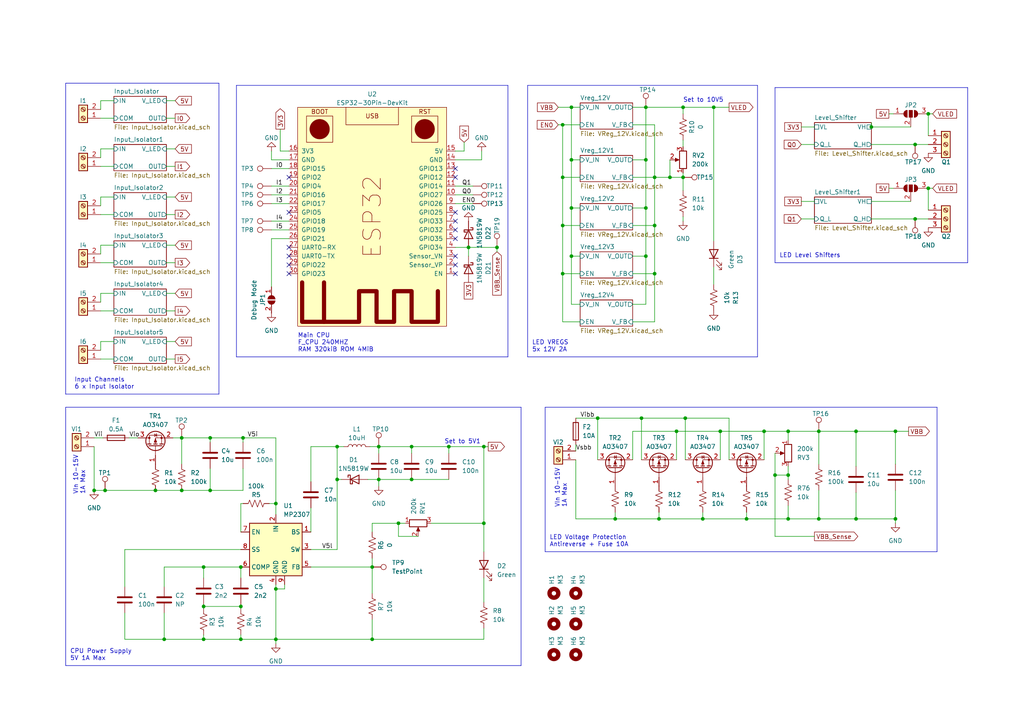
<source format=kicad_sch>
(kicad_sch (version 20231120) (generator "eeschema") (generator_version "8.0")
  (paper "A4")
  (junction (at 97.79 139.065))
  (junction (at 107.95 164.465))
  (junction (at 187.325 74.295))
  (junction (at 196.215 125.095))
  (junction (at 59.055 185.42))
  (junction (at 191.135 150.495))
  (junction (at 60.96 142.24))
  (junction (at 269.24 54.61))
  (junction (at 186.055 121.285))
  (junction (at 228.6 125.095))
  (junction (at 194.31 51.435))
  (junction (at 27.305 142.24))
  (junction (at 69.85 164.465))
  (junction (at 107.95 185.42))
  (junction (at 47.625 185.42))
  (junction (at 52.705 142.24))
  (junction (at 59.055 164.465))
  (junction (at 189.865 51.435))
  (junction (at 69.85 185.42))
  (junction (at 97.79 129.54))
  (junction (at 248.285 125.095))
  (junction (at 163.195 36.195))
  (junction (at 109.855 139.065))
  (junction (at 208.915 125.095))
  (junction (at 59.055 175.895))
  (junction (at 252.73 36.83))
  (junction (at 70.485 127))
  (junction (at 69.85 175.895))
  (junction (at 259.715 125.095))
  (junction (at 144.145 71.755))
  (junction (at 189.865 79.375))
  (junction (at 80.01 185.42))
  (junction (at 52.705 127))
  (junction (at 259.715 150.495))
  (junction (at 115.57 151.765))
  (junction (at 228.6 137.795))
  (junction (at 80.01 146.05))
  (junction (at 224.79 137.795))
  (junction (at 216.535 150.495))
  (junction (at 228.6 150.495))
  (junction (at 80.01 170.815))
  (junction (at 130.175 129.54))
  (junction (at 198.12 51.435))
  (junction (at 163.195 65.405))
  (junction (at 165.735 60.325))
  (junction (at 165.735 31.115))
  (junction (at 207.01 31.115))
  (junction (at 265.43 41.91))
  (junction (at 30.48 142.24))
  (junction (at 60.96 127))
  (junction (at 221.615 125.095))
  (junction (at 198.755 121.285))
  (junction (at 187.325 46.355))
  (junction (at 119.38 139.065))
  (junction (at 165.735 46.355))
  (junction (at 45.085 142.24))
  (junction (at 237.49 150.495))
  (junction (at 248.285 150.495))
  (junction (at 140.335 151.765))
  (junction (at 109.855 129.54))
  (junction (at 187.325 31.115))
  (junction (at 187.325 60.325))
  (junction (at 119.38 129.54))
  (junction (at 173.355 121.285))
  (junction (at 265.43 63.5))
  (junction (at 237.49 125.095))
  (junction (at 198.12 31.115))
  (junction (at 165.735 74.295))
  (junction (at 135.89 71.755))
  (junction (at 140.335 129.54))
  (junction (at 203.835 150.495))
  (junction (at 178.435 150.495))
  (junction (at 163.195 51.435))
  (junction (at 189.865 65.405))
  (junction (at 163.195 79.375))
  (junction (at 269.24 33.02))
  (no_connect (at 132.08 76.835))
  (no_connect (at 132.08 66.675))
  (no_connect (at 83.82 79.375))
  (no_connect (at 132.08 74.295))
  (no_connect (at 132.08 51.435))
  (no_connect (at 83.82 74.295))
  (no_connect (at 132.08 48.895))
  (no_connect (at 132.08 64.135))
  (no_connect (at 83.82 51.435))
  (no_connect (at 132.08 61.595))
  (no_connect (at 83.82 71.755))
  (no_connect (at 132.08 79.375))
  (no_connect (at 83.82 76.835))
  (no_connect (at 132.08 69.215))
  (no_connect (at 83.82 61.595))
  (wire (pts (xy 198.755 121.285) (xy 198.755 133.35)))
  (wire (pts (xy 228.6 150.495) (xy 237.49 150.495)))
  (wire (pts (xy 90.17 129.54) (xy 97.79 129.54)))
  (wire (pts (xy 60.96 135.89) (xy 60.96 142.24)))
  (wire (pts (xy 207.01 31.115) (xy 207.01 69.85)))
  (wire (pts (xy 52.705 127) (xy 60.96 127)))
  (wire (pts (xy 186.055 121.285) (xy 198.755 121.285)))
  (polyline (pts (xy 19.05 118.11) (xy 151.13 118.11)))
  (wire (pts (xy 29.21 99.06) (xy 29.21 101.6)))
  (wire (pts (xy 107.95 179.705) (xy 107.95 185.42)))
  (wire (pts (xy 140.335 151.765) (xy 140.335 160.02)))
  (polyline (pts (xy 153.035 103.505) (xy 219.71 103.505)))
  (wire (pts (xy 70.485 135.89) (xy 70.485 142.24)))
  (wire (pts (xy 106.68 139.065) (xy 109.855 139.065)))
  (wire (pts (xy 52.705 142.24) (xy 60.96 142.24)))
  (wire (pts (xy 48.26 48.26) (xy 50.8 48.26)))
  (wire (pts (xy 29.21 62.23) (xy 33.02 62.23)))
  (wire (pts (xy 194.31 51.435) (xy 198.12 51.435)))
  (wire (pts (xy 265.43 41.91) (xy 269.24 41.91)))
  (wire (pts (xy 270.51 54.61) (xy 269.24 54.61)))
  (wire (pts (xy 29.21 57.15) (xy 33.02 57.15)))
  (wire (pts (xy 140.335 167.64) (xy 140.335 174.625)))
  (polyline (pts (xy 224.79 76.2) (xy 280.67 76.2)))
  (wire (pts (xy 187.325 31.115) (xy 198.12 31.115)))
  (wire (pts (xy 132.08 56.515) (xy 137.16 56.515)))
  (wire (pts (xy 191.135 150.495) (xy 203.835 150.495)))
  (wire (pts (xy 236.22 155.575) (xy 224.79 155.575)))
  (wire (pts (xy 139.7 46.355) (xy 139.7 43.815)))
  (wire (pts (xy 130.175 129.54) (xy 140.335 129.54)))
  (wire (pts (xy 183.515 74.295) (xy 187.325 74.295)))
  (wire (pts (xy 189.865 36.195) (xy 189.865 51.435)))
  (wire (pts (xy 90.17 139.7) (xy 90.17 129.54)))
  (wire (pts (xy 109.855 129.54) (xy 119.38 129.54)))
  (wire (pts (xy 47.625 185.42) (xy 59.055 185.42)))
  (wire (pts (xy 259.715 151.765) (xy 259.715 150.495)))
  (polyline (pts (xy 280.67 76.2) (xy 280.67 25.4)))
  (wire (pts (xy 59.055 164.465) (xy 59.055 167.64)))
  (wire (pts (xy 232.41 36.83) (xy 236.22 36.83)))
  (wire (pts (xy 70.485 146.05) (xy 69.85 146.05)))
  (wire (pts (xy 48.26 90.17) (xy 50.8 90.17)))
  (wire (pts (xy 189.865 79.375) (xy 189.865 93.345)))
  (wire (pts (xy 208.915 125.095) (xy 221.615 125.095)))
  (wire (pts (xy 78.74 64.135) (xy 83.82 64.135)))
  (wire (pts (xy 165.735 46.355) (xy 168.275 46.355)))
  (wire (pts (xy 78.74 48.895) (xy 83.82 48.895)))
  (wire (pts (xy 48.26 76.2) (xy 50.8 76.2)))
  (wire (pts (xy 69.85 175.895) (xy 69.85 175.26)))
  (wire (pts (xy 29.21 71.12) (xy 29.21 73.66)))
  (wire (pts (xy 60.96 127) (xy 60.96 128.27)))
  (wire (pts (xy 165.735 31.115) (xy 168.275 31.115)))
  (wire (pts (xy 107.95 151.765) (xy 115.57 151.765)))
  (wire (pts (xy 135.89 71.755) (xy 135.89 74.295)))
  (wire (pts (xy 52.705 127) (xy 52.705 134.62)))
  (wire (pts (xy 269.24 33.02) (xy 269.24 39.37)))
  (wire (pts (xy 211.455 121.285) (xy 211.455 133.35)))
  (wire (pts (xy 69.85 164.465) (xy 69.85 167.64)))
  (wire (pts (xy 78.74 69.215) (xy 83.82 69.215)))
  (wire (pts (xy 48.26 43.18) (xy 50.8 43.18)))
  (polyline (pts (xy 19.05 193.04) (xy 151.13 193.04)))
  (wire (pts (xy 165.735 60.325) (xy 168.275 60.325)))
  (wire (pts (xy 59.055 185.42) (xy 69.85 185.42)))
  (wire (pts (xy 178.435 150.495) (xy 191.135 150.495)))
  (wire (pts (xy 161.925 31.115) (xy 165.735 31.115)))
  (wire (pts (xy 29.21 34.29) (xy 33.02 34.29)))
  (wire (pts (xy 70.485 142.24) (xy 60.96 142.24)))
  (wire (pts (xy 69.85 185.42) (xy 69.85 184.15)))
  (wire (pts (xy 144.145 71.755) (xy 144.145 73.025)))
  (wire (pts (xy 207.01 31.115) (xy 211.455 31.115)))
  (wire (pts (xy 107.95 185.42) (xy 140.335 185.42)))
  (wire (pts (xy 78.74 66.675) (xy 83.82 66.675)))
  (wire (pts (xy 134.62 43.815) (xy 134.62 41.275)))
  (wire (pts (xy 48.26 99.06) (xy 50.8 99.06)))
  (polyline (pts (xy 147.32 103.505) (xy 147.32 24.765)))
  (wire (pts (xy 173.355 121.285) (xy 186.055 121.285)))
  (wire (pts (xy 27.305 127) (xy 29.845 127)))
  (wire (pts (xy 132.08 59.055) (xy 137.16 59.055)))
  (wire (pts (xy 59.055 184.15) (xy 59.055 185.42)))
  (wire (pts (xy 163.195 65.405) (xy 168.275 65.405)))
  (wire (pts (xy 59.055 175.895) (xy 59.055 176.53)))
  (wire (pts (xy 168.275 88.265) (xy 165.735 88.265)))
  (wire (pts (xy 165.735 46.355) (xy 165.735 31.115)))
  (wire (pts (xy 163.195 79.375) (xy 168.275 79.375)))
  (wire (pts (xy 237.49 125.095) (xy 248.285 125.095)))
  (wire (pts (xy 163.195 79.375) (xy 163.195 93.345)))
  (wire (pts (xy 203.835 150.495) (xy 216.535 150.495)))
  (wire (pts (xy 194.31 46.355) (xy 194.31 51.435)))
  (wire (pts (xy 252.73 63.5) (xy 265.43 63.5)))
  (polyline (pts (xy 153.035 24.765) (xy 219.71 24.765)))
  (wire (pts (xy 30.48 142.24) (xy 45.085 142.24)))
  (wire (pts (xy 36.195 159.385) (xy 69.85 159.385)))
  (wire (pts (xy 117.475 151.765) (xy 115.57 151.765)))
  (wire (pts (xy 228.6 146.685) (xy 228.6 150.495)))
  (wire (pts (xy 99.695 129.54) (xy 97.79 129.54)))
  (wire (pts (xy 178.435 150.495) (xy 167.005 150.495)))
  (wire (pts (xy 198.12 31.115) (xy 207.01 31.115)))
  (wire (pts (xy 196.215 125.095) (xy 208.915 125.095)))
  (wire (pts (xy 121.285 155.575) (xy 115.57 155.575)))
  (wire (pts (xy 183.515 133.35) (xy 183.515 125.095)))
  (wire (pts (xy 141.605 129.54) (xy 140.335 129.54)))
  (wire (pts (xy 167.005 133.35) (xy 167.005 150.495)))
  (wire (pts (xy 109.855 129.54) (xy 109.855 131.445)))
  (wire (pts (xy 78.74 43.815) (xy 78.74 46.355)))
  (wire (pts (xy 132.08 53.975) (xy 137.16 53.975)))
  (wire (pts (xy 183.515 46.355) (xy 187.325 46.355)))
  (wire (pts (xy 48.26 29.21) (xy 50.8 29.21)))
  (wire (pts (xy 48.26 71.12) (xy 50.8 71.12)))
  (wire (pts (xy 183.515 88.265) (xy 187.325 88.265)))
  (polyline (pts (xy 19.05 114.3) (xy 63.5 114.3)))
  (wire (pts (xy 36.195 185.42) (xy 47.625 185.42)))
  (wire (pts (xy 198.12 31.115) (xy 198.12 33.02)))
  (wire (pts (xy 47.625 164.465) (xy 59.055 164.465)))
  (wire (pts (xy 47.625 177.8) (xy 47.625 185.42)))
  (wire (pts (xy 186.055 121.285) (xy 186.055 133.35)))
  (wire (pts (xy 163.195 65.405) (xy 163.195 79.375)))
  (wire (pts (xy 29.21 48.26) (xy 33.02 48.26)))
  (wire (pts (xy 119.38 129.54) (xy 119.38 131.445)))
  (wire (pts (xy 107.95 164.465) (xy 107.95 172.085)))
  (polyline (pts (xy 219.71 103.505) (xy 219.71 24.765)))
  (wire (pts (xy 178.435 150.495) (xy 178.435 148.59)))
  (polyline (pts (xy 19.05 114.3) (xy 19.05 114.3)))
  (wire (pts (xy 36.195 159.385) (xy 36.195 170.18)))
  (wire (pts (xy 115.57 155.575) (xy 115.57 151.765)))
  (wire (pts (xy 80.01 149.225) (xy 80.01 146.05)))
  (wire (pts (xy 257.81 54.61) (xy 259.08 54.61)))
  (wire (pts (xy 132.08 43.815) (xy 134.62 43.815)))
  (wire (pts (xy 248.285 125.095) (xy 248.285 135.255)))
  (polyline (pts (xy 68.58 103.505) (xy 147.32 103.505)))
  (wire (pts (xy 183.515 60.325) (xy 187.325 60.325)))
  (wire (pts (xy 107.95 151.765) (xy 107.95 154.305)))
  (polyline (pts (xy 68.58 24.765) (xy 147.32 24.765)))
  (wire (pts (xy 252.73 41.91) (xy 265.43 41.91)))
  (wire (pts (xy 140.335 182.245) (xy 140.335 185.42)))
  (wire (pts (xy 189.865 51.435) (xy 189.865 65.405)))
  (wire (pts (xy 78.74 83.185) (xy 78.74 69.215)))
  (wire (pts (xy 29.21 104.14) (xy 33.02 104.14)))
  (wire (pts (xy 237.49 150.495) (xy 248.285 150.495)))
  (wire (pts (xy 173.355 121.285) (xy 173.355 133.35)))
  (polyline (pts (xy 224.79 25.4) (xy 280.67 25.4)))
  (wire (pts (xy 59.055 164.465) (xy 69.85 164.465)))
  (wire (pts (xy 90.17 147.32) (xy 90.17 154.305)))
  (wire (pts (xy 78.74 53.975) (xy 83.82 53.975)))
  (wire (pts (xy 97.79 139.065) (xy 99.06 139.065)))
  (polyline (pts (xy 158.115 160.02) (xy 271.78 160.02)))
  (wire (pts (xy 27.305 129.54) (xy 27.305 142.24)))
  (wire (pts (xy 203.835 148.59) (xy 203.835 150.495)))
  (polyline (pts (xy 271.78 160.02) (xy 271.78 118.11)))
  (wire (pts (xy 48.26 62.23) (xy 50.8 62.23)))
  (wire (pts (xy 69.85 176.53) (xy 69.85 175.895)))
  (wire (pts (xy 216.535 150.495) (xy 228.6 150.495)))
  (wire (pts (xy 163.195 51.435) (xy 168.275 51.435)))
  (wire (pts (xy 29.21 71.12) (xy 33.02 71.12)))
  (polyline (pts (xy 68.58 24.765) (xy 68.58 103.505)))
  (wire (pts (xy 69.85 146.05) (xy 69.85 154.305)))
  (wire (pts (xy 163.195 51.435) (xy 163.195 65.405)))
  (wire (pts (xy 198.12 50.165) (xy 198.12 51.435)))
  (wire (pts (xy 224.79 137.795) (xy 228.6 137.795)))
  (polyline (pts (xy 151.13 193.04) (xy 151.13 118.11)))
  (wire (pts (xy 265.43 63.5) (xy 269.24 63.5)))
  (wire (pts (xy 165.735 74.295) (xy 168.275 74.295)))
  (wire (pts (xy 69.85 185.42) (xy 80.01 185.42)))
  (wire (pts (xy 189.865 51.435) (xy 194.31 51.435)))
  (polyline (pts (xy 63.5 24.13) (xy 19.05 24.13)))
  (wire (pts (xy 187.325 46.355) (xy 187.325 60.325)))
  (wire (pts (xy 80.01 170.815) (xy 80.01 185.42)))
  (wire (pts (xy 29.21 99.06) (xy 33.02 99.06)))
  (wire (pts (xy 228.6 125.095) (xy 237.49 125.095)))
  (wire (pts (xy 248.285 125.095) (xy 259.715 125.095)))
  (wire (pts (xy 163.195 93.345) (xy 168.275 93.345)))
  (wire (pts (xy 191.135 148.59) (xy 191.135 150.495)))
  (wire (pts (xy 119.38 129.54) (xy 130.175 129.54)))
  (wire (pts (xy 29.21 76.2) (xy 33.02 76.2)))
  (wire (pts (xy 183.515 31.115) (xy 187.325 31.115)))
  (wire (pts (xy 252.73 58.42) (xy 264.16 58.42)))
  (wire (pts (xy 259.715 125.095) (xy 263.525 125.095)))
  (wire (pts (xy 252.73 36.83) (xy 264.16 36.83)))
  (wire (pts (xy 237.49 125.095) (xy 237.49 134.62)))
  (wire (pts (xy 165.735 88.265) (xy 165.735 74.295)))
  (wire (pts (xy 80.01 169.545) (xy 80.01 170.815)))
  (wire (pts (xy 29.21 29.21) (xy 29.21 31.75)))
  (wire (pts (xy 48.26 34.29) (xy 50.8 34.29)))
  (wire (pts (xy 97.79 139.065) (xy 97.79 159.385)))
  (wire (pts (xy 109.855 139.065) (xy 119.38 139.065)))
  (wire (pts (xy 107.95 161.925) (xy 107.95 164.465)))
  (wire (pts (xy 165.735 60.325) (xy 165.735 46.355)))
  (wire (pts (xy 132.08 46.355) (xy 139.7 46.355)))
  (wire (pts (xy 48.26 85.09) (xy 50.8 85.09)))
  (wire (pts (xy 119.38 139.065) (xy 130.175 139.065)))
  (wire (pts (xy 29.21 85.09) (xy 29.21 87.63)))
  (wire (pts (xy 228.6 125.095) (xy 228.6 127.635)))
  (wire (pts (xy 80.01 185.42) (xy 107.95 185.42)))
  (wire (pts (xy 47.625 164.465) (xy 47.625 170.18)))
  (wire (pts (xy 196.215 125.095) (xy 196.215 133.35)))
  (wire (pts (xy 224.79 131.445) (xy 224.79 137.795)))
  (wire (pts (xy 27.305 142.24) (xy 30.48 142.24)))
  (wire (pts (xy 130.175 129.54) (xy 130.175 131.445)))
  (wire (pts (xy 183.515 51.435) (xy 189.865 51.435)))
  (wire (pts (xy 80.01 185.42) (xy 80.01 186.69)))
  (wire (pts (xy 109.855 140.97) (xy 109.855 139.065)))
  (wire (pts (xy 78.74 59.055) (xy 83.82 59.055)))
  (polyline (pts (xy 19.05 118.11) (xy 19.05 193.04)))
  (wire (pts (xy 224.79 155.575) (xy 224.79 137.795)))
  (wire (pts (xy 29.21 43.18) (xy 29.21 45.72)))
  (wire (pts (xy 59.055 175.895) (xy 69.85 175.895)))
  (wire (pts (xy 211.455 121.285) (xy 198.755 121.285)))
  (wire (pts (xy 248.285 150.495) (xy 259.715 150.495)))
  (wire (pts (xy 228.6 135.255) (xy 228.6 137.795)))
  (wire (pts (xy 29.21 29.21) (xy 33.02 29.21)))
  (wire (pts (xy 269.24 54.61) (xy 269.24 60.96)))
  (wire (pts (xy 70.485 127) (xy 70.485 128.27)))
  (wire (pts (xy 70.485 127) (xy 80.01 127)))
  (wire (pts (xy 125.095 151.765) (xy 140.335 151.765)))
  (wire (pts (xy 90.17 159.385) (xy 97.79 159.385)))
  (wire (pts (xy 29.21 90.17) (xy 33.02 90.17)))
  (polyline (pts (xy 158.115 118.11) (xy 158.115 160.02)))
  (wire (pts (xy 165.735 74.295) (xy 165.735 60.325)))
  (wire (pts (xy 81.28 43.815) (xy 81.28 37.465)))
  (wire (pts (xy 259.715 125.095) (xy 259.715 134.62)))
  (wire (pts (xy 135.89 71.755) (xy 144.145 71.755)))
  (wire (pts (xy 82.55 169.545) (xy 82.55 170.815)))
  (wire (pts (xy 59.055 175.26) (xy 59.055 175.895)))
  (wire (pts (xy 183.515 65.405) (xy 189.865 65.405)))
  (polyline (pts (xy 19.05 24.13) (xy 19.05 114.3)))
  (wire (pts (xy 221.615 125.095) (xy 221.615 133.35)))
  (wire (pts (xy 187.325 74.295) (xy 187.325 88.265)))
  (wire (pts (xy 167.005 128.905) (xy 167.005 130.81)))
  (wire (pts (xy 237.49 150.495) (xy 237.49 142.24)))
  (wire (pts (xy 232.41 58.42) (xy 236.22 58.42)))
  (wire (pts (xy 78.105 146.05) (xy 80.01 146.05)))
  (wire (pts (xy 78.74 56.515) (xy 83.82 56.515)))
  (wire (pts (xy 248.285 142.875) (xy 248.285 150.495)))
  (wire (pts (xy 90.17 164.465) (xy 107.95 164.465)))
  (wire (pts (xy 259.715 142.24) (xy 259.715 150.495)))
  (wire (pts (xy 48.26 104.14) (xy 50.8 104.14)))
  (wire (pts (xy 232.41 41.91) (xy 236.22 41.91)))
  (wire (pts (xy 132.08 71.755) (xy 135.89 71.755)))
  (wire (pts (xy 97.79 129.54) (xy 97.79 139.065)))
  (wire (pts (xy 187.325 60.325) (xy 187.325 74.295)))
  (wire (pts (xy 107.315 129.54) (xy 109.855 129.54)))
  (wire (pts (xy 78.74 46.355) (xy 83.82 46.355)))
  (wire (pts (xy 189.865 65.405) (xy 189.865 79.375)))
  (wire (pts (xy 60.96 127) (xy 70.485 127)))
  (wire (pts (xy 189.865 93.345) (xy 183.515 93.345)))
  (wire (pts (xy 29.21 57.15) (xy 29.21 59.69)))
  (wire (pts (xy 80.01 146.05) (xy 80.01 127)))
  (wire (pts (xy 232.41 63.5) (xy 236.22 63.5)))
  (wire (pts (xy 257.81 33.02) (xy 259.08 33.02)))
  (wire (pts (xy 208.915 125.095) (xy 208.915 133.35)))
  (wire (pts (xy 198.12 51.435) (xy 198.12 55.245)))
  (wire (pts (xy 221.615 125.095) (xy 228.6 125.095)))
  (polyline (pts (xy 63.5 114.3) (xy 63.5 24.13)))
  (polyline (pts (xy 158.115 118.11) (xy 271.78 118.11)))
  (wire (pts (xy 48.26 57.15) (xy 50.8 57.15)))
  (wire (pts (xy 228.6 137.795) (xy 228.6 139.065)))
  (wire (pts (xy 207.01 77.47) (xy 207.01 82.55)))
  (polyline (pts (xy 224.79 25.4) (xy 224.79 76.2)))
  (wire (pts (xy 161.925 36.195) (xy 163.195 36.195)))
  (wire (pts (xy 187.325 31.115) (xy 187.325 46.355)))
  (wire (pts (xy 198.12 40.64) (xy 198.12 42.545)))
  (wire (pts (xy 29.21 43.18) (xy 33.02 43.18)))
  (wire (pts (xy 183.515 36.195) (xy 189.865 36.195)))
  (wire (pts (xy 183.515 125.095) (xy 196.215 125.095)))
  (wire (pts (xy 36.195 177.8) (xy 36.195 185.42)))
  (wire (pts (xy 83.82 43.815) (xy 81.28 43.815)))
  (wire (pts (xy 29.21 85.09) (xy 33.02 85.09)))
  (wire (pts (xy 82.55 170.815) (xy 80.01 170.815)))
  (wire (pts (xy 163.195 36.195) (xy 163.195 51.435)))
  (wire (pts (xy 270.51 33.02) (xy 269.24 33.02)))
  (wire (pts (xy 216.535 148.59) (xy 216.535 150.495)))
  (wire (pts (xy 163.195 36.195) (xy 168.275 36.195)))
  (polyline (pts (xy 153.035 24.765) (xy 153.035 103.505)))
  (wire (pts (xy 37.465 127) (xy 40.005 127)))
  (wire (pts (xy 52.705 142.24) (xy 45.085 142.24)))
  (wire (pts (xy 50.165 127) (xy 52.705 127)))
  (wire (pts (xy 167.005 121.285) (xy 173.355 121.285)))
  (wire (pts (xy 198.12 62.865) (xy 198.12 64.135)))
  (wire (pts (xy 252.73 35.56) (xy 252.73 36.83)))
  (wire (pts (xy 183.515 79.375) (xy 189.865 79.375)))
  (wire (pts (xy 140.335 129.54) (xy 140.335 151.765)))
  (text "LED VREGS\n5x 12V 2A" (at 154.305 102.235 0) (effects (font (size 1.27 1.27)) (justify left bottom)))
  (text "LED Voltage Protection\nAntireverse + Fuse 10A" (at 159.385 158.75 0) (effects (font (size 1.27 1.27)) (justify left bottom)))
  (text "VIn 10-15V\n1A Max" (at 164.465 147.32 90) (effects (font (size 1.27 1.27)) (justify left bottom)))
  (text "Main CPU\nF_CPU 240MHZ\nRAM 320kiB ROM 4MiB" (at 86.36 102.235 0) (effects (font (size 1.27 1.27)) (justify left bottom)))
  (text "Set to 10V5" (at 198.12 29.845 0) (effects (font (size 1.27 1.27)) (justify left bottom)))
  (text "LED Level Shifters" (at 226.06 74.93 0) (effects (font (size 1.27 1.27)) (justify left bottom)))
  (text "VIn 10-15V\n1A Max" (at 24.765 143.51 90) (effects (font (size 1.27 1.27)) (justify left bottom)))
  (text "CPU Power Supply\n5V 1A Max" (at 20.32 191.77 0) (effects (font (size 1.27 1.27)) (justify left bottom)))
  (text "Input Channels\n6 x Input Isolator" (at 21.59 113.03 0) (effects (font (size 1.27 1.27)) (justify left bottom)))
  (text "Set to 5V1" (at 128.905 128.905 0) (effects (font (size 1.27 1.27)) (justify left bottom)))
  (label "I5" (at 80.01 66.675 0))
  (label "I0" (at 80.01 48.895 0))
  (label "Q1" (at 133.985 53.975 0))
  (label "Vsbb" (at 167.005 130.81 0))
  (label "I2" (at 80.01 56.515 0))
  (label "I1" (at 80.01 53.975 0))
  (label "V5i" (at 71.755 127 0))
  (label "V5l" (at 93.345 159.385 0))
  (label "I3" (at 80.01 59.055 0))
  (label "Vibb" (at 168.275 121.285 0))
  (label "I4" (at 80.01 64.135 0))
  (label "Q0" (at 133.985 56.515 0))
  (label "Vio" (at 37.465 127 0))
  (label "EN0" (at 133.985 59.055 0))
  (label "Vii" (at 27.305 127 0))
  (global_label "I1" (shape output) (at 50.8 48.26 0) (property "Intersheetrefs" "${INTERSHEET_REFS}" (effects (hide yes))))
  (global_label "I3" (shape output) (at 50.8 76.2 0) (property "Intersheetrefs" "${INTERSHEET_REFS}" (effects (hide yes))))
  (global_label "3V3" (shape output) (at 81.28 37.465 90) (property "Intersheetrefs" "${INTERSHEET_REFS}" (effects (hide yes))))
  (global_label "3V3" (shape passive) (at 232.41 58.42 180) (property "Intersheetrefs" "${INTERSHEET_REFS}" (effects (hide yes))))
  (global_label "3V3" (shape passive) (at 232.41 36.83 180) (property "Intersheetrefs" "${INTERSHEET_REFS}" (effects (hide yes))))
  (global_label "Q0" (shape input) (at 232.41 41.91 180) (property "Intersheetrefs" "${INTERSHEET_REFS}" (effects (hide yes))))
  (global_label "5V" (shape passive) (at 257.81 54.61 180) (property "Intersheetrefs" "${INTERSHEET_REFS}" (effects (hide yes))))
  (global_label "I0" (shape output) (at 50.8 34.29 0) (property "Intersheetrefs" "${INTERSHEET_REFS}" (effects (hide yes))))
  (global_label "VBB_Sense" (shape input) (at 144.145 73.025 270) (property "Intersheetrefs" "${INTERSHEET_REFS}" (effects (hide yes))))
  (global_label "VBB" (shape output) (at 263.525 125.095 0) (property "Intersheetrefs" "${INTERSHEET_REFS}" (effects (hide yes))))
  (global_label "5V" (shape input) (at 50.8 29.21 0) (property "Intersheetrefs" "${INTERSHEET_REFS}" (effects (hide yes))))
  (global_label "Q1" (shape input) (at 232.41 63.5 180) (property "Intersheetrefs" "${INTERSHEET_REFS}" (effects (hide yes))))
  (global_label "5V" (shape input) (at 134.62 41.275 90) (property "Intersheetrefs" "${INTERSHEET_REFS}" (effects (hide yes))))
  (global_label "I2" (shape output) (at 50.8 62.23 0) (property "Intersheetrefs" "${INTERSHEET_REFS}" (effects (hide yes))))
  (global_label "5V" (shape input) (at 50.8 43.18 0) (property "Intersheetrefs" "${INTERSHEET_REFS}" (effects (hide yes))))
  (global_label "EN0" (shape input) (at 161.925 36.195 180) (property "Intersheetrefs" "${INTERSHEET_REFS}" (effects (hide yes))))
  (global_label "VLED" (shape output) (at 211.455 31.115 0) (property "Intersheetrefs" "${INTERSHEET_REFS}" (effects (hide yes))))
  (global_label "5V" (shape input) (at 50.8 57.15 0) (property "Intersheetrefs" "${INTERSHEET_REFS}" (effects (hide yes))))
  (global_label "5V" (shape input) (at 50.8 71.12 0) (property "Intersheetrefs" "${INTERSHEET_REFS}" (effects (hide yes))))
  (global_label "I5" (shape output) (at 50.8 104.14 0) (property "Intersheetrefs" "${INTERSHEET_REFS}" (effects (hide yes))))
  (global_label "VLED" (shape input) (at 270.51 33.02 0) (property "Intersheetrefs" "${INTERSHEET_REFS}" (effects (hide yes))))
  (global_label "VBB_Sense" (shape output) (at 236.22 155.575 0) (property "Intersheetrefs" "${INTERSHEET_REFS}" (effects (hide yes))))
  (global_label "VBB" (shape input) (at 161.925 31.115 180) (property "Intersheetrefs" "${INTERSHEET_REFS}" (effects (hide yes))))
  (global_label "I4" (shape output) (at 50.8 90.17 0) (property "Intersheetrefs" "${INTERSHEET_REFS}" (effects (hide yes))))
  (global_label "3V3" (shape passive) (at 135.89 81.915 270) (property "Intersheetrefs" "${INTERSHEET_REFS}" (effects (hide yes))))
  (global_label "5V" (shape input) (at 50.8 85.09 0) (property "Intersheetrefs" "${INTERSHEET_REFS}" (effects (hide yes))))
  (global_label "5V" (shape input) (at 50.8 99.06 0) (property "Intersheetrefs" "${INTERSHEET_REFS}" (effects (hide yes))))
  (global_label "5V" (shape output) (at 141.605 129.54 0) (property "Intersheetrefs" "${INTERSHEET_REFS}" (effects (hide yes))))
  (global_label "5V" (shape passive) (at 257.81 33.02 180) (property "Intersheetrefs" "${INTERSHEET_REFS}" (effects (hide yes))))
  (global_label "VLED" (shape input) (at 270.51 54.61 0) (property "Intersheetrefs" "${INTERSHEET_REFS}" (effects (hide yes))))
  (symbol (lib_id "power:GND") (at 80.01 186.69 0) (unit 1)
    (property "Reference" "#PWR04" (effects (hide yes)))
    (property "Value" "GND" (at 80.01 191.77 0))
  )
  (symbol (lib_id "Connector:TestPoint") (at 78.74 53.975 90) (unit 1)
    (property "Reference" "TP4" (at 71.755 53.975 90))
    (property "Value" "TestPoint" (effects (hide yes)))
    (property "Footprint" "TestPoint:TestPoint_Pad_D2.0mm" (effects (hide yes)))
  )
  (symbol (lib_id "Connector:Screw_Terminal_01x02") (at 24.13 90.17 180) (unit 1)
    (property "Reference" "I5" (at 24.13 85.09 0))
    (property "Value" "Screw_Terminal_01x02" (effects (hide yes)))
    (property "Footprint" "TerminalBlock_4Ucon:TerminalBlock_4Ucon_1x02_P3.50mm_Horizontal" (effects (hide yes)))
    (property "Datasheet" "https://www.farnell.com/datasheets/3667850.pdf" (effects (hide yes)))
    (property "Ref" "Phoenix Contact MPT 0,5/ 2-2,54" (effects (hide yes)))
  )
  (symbol (lib_id "Device:R_US") (at 178.435 144.78 0) (unit 1)
    (property "Reference" "R9" (at 180.975 143.51 0) (effects (justify left)))
    (property "Value" "10k" (at 180.975 146.05 0) (effects (justify left)))
    (property "Footprint" "Resistor_SMD:R_0603_1608Metric" (effects (hide yes)))
  )
  (symbol (lib_id "Device:R_US") (at 74.295 146.05 270) (unit 1)
    (property "Reference" "R5" (at 74.295 143.51 90))
    (property "Value" "100k" (at 74.295 140.97 90))
    (property "Footprint" "Resistor_SMD:R_0603_1608Metric" (effects (hide yes)))
  )
  (symbol (lib_id "Connector:Screw_Terminal_01x02") (at 24.13 34.29 180) (unit 1)
    (property "Reference" "I1" (at 24.13 29.21 0))
    (property "Value" "Screw_Terminal_01x02" (effects (hide yes)))
    (property "Footprint" "TerminalBlock_4Ucon:TerminalBlock_4Ucon_1x02_P3.50mm_Horizontal" (effects (hide yes)))
    (property "Datasheet" "https://www.farnell.com/datasheets/3667850.pdf" (effects (hide yes)))
    (property "Ref" "Phoenix Contact MPT 0,5/ 2-2,54" (effects (hide yes)))
  )
  (symbol (lib_id "Device:C") (at 69.85 171.45 0) (unit 1)
    (property "Reference" "C5" (at 73.66 170.18 0) (effects (justify left)))
    (property "Value" "2n2" (at 73.66 172.72 0) (effects (justify left)))
    (property "Footprint" "Capacitor_SMD:C_0603_1608Metric" (effects (hide yes)))
  )
  (symbol (lib_id "Connector:TestPoint") (at 265.43 63.5 180) (unit 1)
    (property "Reference" "TP18" (at 267.335 68.58 0) (effects (justify left)))
    (property "Value" "TestPoint" (effects (hide yes)))
    (property "Footprint" "TestPoint:TestPoint_Pad_D2.0mm" (effects (hide yes)))
  )
  (symbol (lib_id "Device:LED") (at 140.335 163.83 90) (unit 1)
    (property "Reference" "D2" (at 144.145 164.1475 90) (effects (justify right)))
    (property "Value" "Green" (at 144.145 166.6875 90) (effects (justify right)))
    (property "Footprint" "LED_SMD:LED_0805_2012Metric" (effects (hide yes)))
    (property "Ref" "MultiComp MP008278" (effects (hide yes)))
  )
  (symbol (lib_id "Connector:Screw_Terminal_01x02") (at 22.225 129.54 180) (unit 1)
    (property "Reference" "Vi1" (at 22.225 124.46 0))
    (property "Value" "Screw_Terminal_01x02" (effects (hide yes)))
    (property "Footprint" "TerminalBlock:TerminalBlock_bornier-2_P5.08mm" (effects (hide yes)))
    (property "Datasheet" "https://www.farnell.com/datasheets/3667850.pdf" (effects (hide yes)))
    (property "Ref" "Phoenix Contact MPT 0,5/ 2-2,54" (effects (hide yes)))
  )
  (symbol (lib_id "Device:R_Potentiometer") (at 228.6 131.445 0) (mirror y) (unit 1)
    (property "Reference" "RV3" (at 231.14 132.715 0) (effects (justify right)))
    (property "Value" "200k" (at 231.14 130.175 0) (effects (justify right)))
    (property "Footprint" "Potentiometer_SMD:Potentiometer_Bourns_3269W_Vertical" (effects (hide yes)))
  )
  (symbol (lib_id "Device:C") (at 130.175 135.255 0) (unit 1)
    (property "Reference" "C10" (at 133.985 133.985 0) (effects (justify left)))
    (property "Value" "100n" (at 133.985 136.525 0) (effects (justify left)))
    (property "Footprint" "Capacitor_SMD:C_0603_1608Metric" (effects (hide yes)))
  )
  (symbol (lib_id "Connector:TestPoint") (at 137.16 53.975 270) (unit 1)
    (property "Reference" "TP11" (at 143.51 53.975 90))
    (property "Value" "TestPoint" (effects (hide yes)))
    (property "Footprint" "TestPoint:TestPoint_Pad_D2.0mm" (effects (hide yes)))
  )
  (symbol (lib_id "Device:Q_PMOS_GSD") (at 203.835 135.89 90) (unit 1)
    (property "Reference" "TR4" (at 203.835 127 90))
    (property "Value" "AO3407" (at 203.835 129.54 90))
    (property "Footprint" "Package_TO_SOT_SMD:SOT-23" (effects (hide yes)))
    (property "Sim.Device" "PMOS" (effects (hide yes)))
    (property "Sim.Type" "VDMOS" (effects (hide yes)))
    (property "Sim.Pins" "1=D 2=G 3=S" (effects (hide yes)))
  )
  (symbol (lib_id "Device:C") (at 259.715 138.43 0) (unit 1)
    (property "Reference" "C12" (at 263.525 137.16 0) (effects (justify left)))
    (property "Value" "100n" (at 263.525 139.7 0) (effects (justify left)))
    (property "Footprint" "Capacitor_SMD:C_0603_1608Metric" (effects (hide yes)))
  )
  (symbol (lib_id "Device:C") (at 248.285 139.065 180) (unit 1)
    (property "Reference" "C11" (at 251.46 137.795 0) (effects (justify right)))
    (property "Value" "10u" (at 251.46 140.335 0) (effects (justify right)))
    (property "Footprint" "Capacitor_SMD:C_1206_3216Metric" (effects (hide yes)))
  )
  (symbol (lib_id "Device:D_Schottky") (at 135.89 78.105 270) (unit 1)
    (property "Reference" "D21" (at 141.605 77.7875 0))
    (property "Value" "1N5819W" (at 139.065 77.7875 0))
    (property "Footprint" "Diode_SMD:D_SOD-123F" (effects (hide yes)))
  )
  (symbol (lib_id "Device:R_US") (at 228.6 142.875 0) (unit 1)
    (property "Reference" "R76" (at 231.14 141.605 0) (effects (justify left)))
    (property "Value" "10k" (at 231.14 144.145 0) (effects (justify left)))
    (property "Footprint" "Resistor_SMD:R_0603_1608Metric" (effects (hide yes)))
  )
  (symbol (lib_id "Jumper:SolderJumper_2_Open") (at 78.74 86.995 270) (unit 1)
    (property "Reference" "JP1" (at 76.2 86.995 0))
    (property "Value" "Debug Mode" (at 73.66 86.995 0))
    (property "Footprint" "Jumper:SolderJumper-2_P1.3mm_Open_TrianglePad1.0x1.5mm" (effects (hide yes)))
    (property "Info" "Debug Mode" (effects (hide yes)))
  )
  (symbol (lib_id "Device:Fuse") (at 167.005 125.095 0) (unit 1)
    (property "Reference" "F2" (at 168.91 123.825 0) (effects (justify left)))
    (property "Value" "10A" (at 168.91 126.365 0) (effects (justify left)))
    (property "Footprint" "Fuse:Fuse_Bourns_MF-RG1100" (effects (hide yes)))
    (property "Datasheet" "https://www.farnell.com/datasheets/3665660.pdf" (effects (hide yes)))
    (property "Ref" "MultiComp MCCFB2410TFF/C/6.3" (effects (hide yes)))
  )
  (symbol (lib_id "Device:C") (at 36.195 173.99 0) (unit 1)
    (property "Reference" "C1" (at 40.005 172.72 0) (effects (justify left)))
    (property "Value" "100n" (at 40.005 175.26 0) (effects (justify left)))
    (property "Footprint" "Capacitor_SMD:C_0603_1608Metric" (effects (hide yes)))
  )
  (symbol (lib_id "Device:Fuse") (at 33.655 127 270) (unit 1)
    (property "Reference" "F1" (at 33.655 121.92 90))
    (property "Value" "0.5A" (at 33.655 124.46 90))
    (property "Footprint" "Fuse:Fuse_1812_4532Metric" (effects (hide yes)))
    (property "Datasheet" "https://www.farnell.com/datasheets/3665660.pdf" (effects (hide yes)))
    (property "Ref" "MultiComp MCCFB2410TFF/C/6.3" (effects (hide yes)))
  )
  (symbol (lib_id "Device:R_Potentiometer") (at 121.285 151.765 90) (mirror x) (unit 1)
    (property "Reference" "RV1" (at 122.555 149.225 0) (effects (justify right)))
    (property "Value" "200k" (at 120.015 149.225 0) (effects (justify right)))
    (property "Footprint" "Potentiometer_SMD:Potentiometer_Bourns_3269W_Vertical" (effects (hide yes)))
  )
  (symbol (lib_id "power:GND") (at 78.74 90.805 0) (unit 1)
    (property "Reference" "#PWR03" (effects (hide yes)))
    (property "Value" "GND" (at 78.74 95.885 0))
  )
  (symbol (lib_id "power:GND") (at 269.24 44.45 0) (unit 1)
    (property "Reference" "#PWR010" (effects (hide yes)))
    (property "Value" "GND" (at 269.24 49.53 0))
  )
  (symbol (lib_id "Mechanical:MountingHole") (at 167.005 189.865 90) (unit 1)
    (property "Reference" "H6" (at 166.37 187.325 0) (effects (justify left)))
    (property "Value" "M3" (at 168.91 187.325 0) (effects (justify left)))
    (property "Footprint" "MountingHole:MountingHole_3.2mm_M3" (effects (hide yes)))
  )
  (symbol (lib_id "Connector:TestPoint") (at 265.43 41.91 180) (unit 1)
    (property "Reference" "TP17" (at 267.335 46.99 0) (effects (justify left)))
    (property "Value" "TestPoint" (effects (hide yes)))
    (property "Footprint" "TestPoint:TestPoint_Pad_D2.0mm" (effects (hide yes)))
  )
  (symbol (lib_id "power:GND") (at 78.74 43.815 180) (unit 1)
    (property "Reference" "#PWR02" (effects (hide yes)))
    (property "Value" "GND" (at 78.74 40.005 0))
  )
  (symbol (lib_id "Mechanical:MountingHole") (at 160.655 189.865 90) (unit 1)
    (property "Reference" "H3" (at 160.02 187.325 0) (effects (justify left)))
    (property "Value" "M3" (at 162.56 187.325 0) (effects (justify left)))
    (property "Footprint" "MountingHole:MountingHole_3.2mm_M3" (effects (hide yes)))
  )
  (symbol (lib_id "Device:R_US") (at 203.835 144.78 0) (unit 1)
    (property "Reference" "R14" (at 206.375 143.51 0) (effects (justify left)))
    (property "Value" "10k" (at 206.375 146.05 0) (effects (justify left)))
    (property "Footprint" "Resistor_SMD:R_0603_1608Metric" (effects (hide yes)))
  )
  (symbol (lib_id "Device:R_US") (at 191.135 144.78 0) (unit 1)
    (property "Reference" "R12" (at 193.675 143.51 0) (effects (justify left)))
    (property "Value" "10k" (at 193.675 146.05 0) (effects (justify left)))
    (property "Footprint" "Resistor_SMD:R_0603_1608Metric" (effects (hide yes)))
  )
  (symbol (lib_id "Device:R_US") (at 198.12 36.83 180) (unit 1)
    (property "Reference" "R10" (at 200.66 36.83 90))
    (property "Value" "0" (at 203.2 36.83 90))
    (property "Footprint" "Resistor_SMD:R_0603_1608Metric" (effects (hide yes)))
  )
  (symbol (lib_id "Device:R_US") (at 237.49 138.43 0) (unit 1)
    (property "Reference" "R16" (at 240.03 137.16 0) (effects (justify left)))
    (property "Value" "100k" (at 240.03 139.7 0) (effects (justify left)))
    (property "Footprint" "Resistor_SMD:R_0603_1608Metric" (effects (hide yes)))
  )
  (symbol (lib_id "power:GND") (at 27.305 142.24 0) (unit 1)
    (property "Reference" "#PWR01" (effects (hide yes)))
    (property "Value" "GND" (at 27.305 147.32 0))
  )
  (symbol (lib_id "Mechanical:MountingHole") (at 160.655 172.085 90) (unit 1)
    (property "Reference" "H1" (at 160.02 169.545 0) (effects (justify left)))
    (property "Value" "M3" (at 162.56 169.545 0) (effects (justify left)))
    (property "Footprint" "MountingHole:MountingHole_3.2mm_M3" (effects (hide yes)))
  )
  (symbol (lib_id "Connector:TestPoint") (at 107.95 164.465 270) (unit 1)
    (property "Reference" "TP9" (at 113.665 163.195 90) (effects (justify left)))
    (property "Value" "TestPoint" (at 113.665 165.735 90) (effects (justify left)))
    (property "Footprint" "TestPoint:TestPoint_Pad_D2.0mm" (effects (hide yes)))
  )
  (symbol (lib_id "Mechanical:MountingHole") (at 167.005 180.975 90) (unit 1)
    (property "Reference" "H5" (at 166.37 178.435 0) (effects (justify left)))
    (property "Value" "M3" (at 168.91 178.435 0) (effects (justify left)))
    (property "Footprint" "MountingHole:MountingHole_3.2mm_M3" (effects (hide yes)))
  )
  (symbol (lib_id "power:GND") (at 135.89 64.135 180) (unit 1)
    (property "Reference" "#PWR035" (effects (hide yes)))
    (property "Value" "GND" (at 135.89 60.325 0))
  )
  (symbol (lib_id "Device:Q_PMOS_GSD") (at 216.535 135.89 90) (unit 1)
    (property "Reference" "TR5" (at 216.535 127 90))
    (property "Value" "AO3407" (at 216.535 129.54 90))
    (property "Footprint" "Package_TO_SOT_SMD:SOT-23" (effects (hide yes)))
    (property "Sim.Device" "PMOS" (effects (hide yes)))
    (property "Sim.Type" "VDMOS" (effects (hide yes)))
    (property "Sim.Pins" "1=D 2=G 3=S" (effects (hide yes)))
  )
  (symbol (lib_id "esp32-devkit-v1:ESP32-30Pin-DevKit") (at 107.95 62.865 180) (unit 1)
    (property "Reference" "U2" (at 107.95 27.305 0))
    (property "Value" "ESP32-30Pin-DevKit" (at 107.95 29.845 0))
    (property "Footprint" "ESP32-Devkit:ESP32-Devkit-30p-v2" (effects (hide yes)))
  )
  (symbol (lib_id "Device:R_US") (at 140.335 178.435 0) (unit 1)
    (property "Reference" "R8" (at 142.875 177.165 0) (effects (justify left)))
    (property "Value" "10k" (at 142.875 179.705 0) (effects (justify left)))
    (property "Footprint" "Resistor_SMD:R_0603_1608Metric" (effects (hide yes)))
  )
  (symbol (lib_id "Device:R_US") (at 52.705 138.43 0) (unit 1)
    (property "Reference" "R2" (at 55.245 137.16 0) (effects (justify left)))
    (property "Value" "100k" (at 55.245 139.7 0) (effects (justify left)))
    (property "Footprint" "Resistor_SMD:R_0603_1608Metric" (effects (hide yes)))
  )
  (symbol (lib_id "Device:Q_PMOS_GSD") (at 45.085 129.54 90) (unit 1)
    (property "Reference" "TR1" (at 45.085 120.65 90))
    (property "Value" "AO3407" (at 45.085 123.19 90))
    (property "Footprint" "Package_TO_SOT_SMD:SOT-23" (effects (hide yes)))
    (property "Sim.Device" "PMOS" (effects (hide yes)))
    (property "Sim.Type" "VDMOS" (effects (hide yes)))
    (property "Sim.Pins" "1=D 2=G 3=S" (effects (hide yes)))
  )
  (symbol (lib_id "Device:C") (at 47.625 173.99 0) (unit 1)
    (property "Reference" "C2" (at 50.8 172.72 0) (effects (justify left)))
    (property "Value" "NP" (at 50.8 175.26 0) (effects (justify left)))
    (property "Footprint" "Capacitor_SMD:C_0603_1608Metric" (effects (hide yes)))
  )
  (symbol (lib_id "Device:D_Schottky") (at 102.87 139.065 0) (unit 1)
    (property "Reference" "D1" (at 102.5525 133.35 0))
    (property "Value" "1N5819W" (at 102.5525 135.89 0))
    (property "Footprint" "Diode_SMD:D_SOD-123F" (effects (hide yes)))
  )
  (symbol (lib_id "Device:R_US") (at 107.95 158.115 180) (unit 1)
    (property "Reference" "R6" (at 110.49 158.115 90))
    (property "Value" "0" (at 113.03 158.115 90))
    (property "Footprint" "Resistor_SMD:R_0603_1608Metric" (effects (hide yes)))
  )
  (symbol (lib_id "Connector:TestPoint") (at 78.74 59.055 90) (unit 1)
    (property "Reference" "TP6" (at 71.755 59.055 90))
    (property "Value" "TestPoint" (effects (hide yes)))
    (property "Footprint" "TestPoint:TestPoint_Pad_D2.0mm" (effects (hide yes)))
  )
  (symbol (lib_id "Connector:TestPoint") (at 137.16 56.515 270) (unit 1)
    (property "Reference" "TP12" (at 143.51 56.515 90))
    (property "Value" "TestPoint" (effects (hide yes)))
    (property "Footprint" "TestPoint:TestPoint_Pad_D2.0mm" (effects (hide yes)))
  )
  (symbol (lib_id "Connector:TestPoint") (at 52.705 127 0) (unit 1)
    (property "Reference" "TP2" (at 50.8 121.92 0) (effects (justify left)))
    (property "Value" "TestPoint" (effects (hide yes)))
    (property "Footprint" "TestPoint:TestPoint_Pad_D2.0mm" (effects (hide yes)))
  )
  (symbol (lib_id "Connector:Screw_Terminal_01x02") (at 161.925 133.35 180) (unit 1)
    (property "Reference" "Vi2" (at 161.925 128.27 0))
    (property "Value" "Screw_Terminal_01x02" (effects (hide yes)))
    (property "Footprint" "TerminalBlock:TerminalBlock_bornier-2_P5.08mm" (effects (hide yes)))
    (property "Datasheet" "https://www.farnell.com/datasheets/3667850.pdf" (effects (hide yes)))
    (property "Ref" "Phoenix Contact MPT 0,5/ 2-2,54" (effects (hide yes)))
  )
  (symbol (lib_id "power:GND") (at 269.24 66.04 0) (unit 1)
    (property "Reference" "#PWR011" (effects (hide yes)))
    (property "Value" "GND" (at 269.24 71.12 0))
  )
  (symbol (lib_id "Mechanical:MountingHole") (at 160.655 180.975 90) (unit 1)
    (property "Reference" "H2" (at 160.02 178.435 0) (effects (justify left)))
    (property "Value" "M3" (at 162.56 178.435 0) (effects (justify left)))
    (property "Footprint" "MountingHole:MountingHole_3.2mm_M3" (effects (hide yes)))
  )
  (symbol (lib_id "Connector:Screw_Terminal_01x03") (at 274.32 41.91 0) (unit 1)
    (property "Reference" "Q1" (at 273.05 46.99 0) (effects (justify left)))
    (property "Value" "Screw_Terminal_01x03" (effects (hide yes)))
    (property "Footprint" "TerminalBlock_4Ucon:TerminalBlock_4Ucon_1x03_P3.50mm_Horizontal" (effects (hide yes)))
    (property "Datasheet" "https://www.farnell.com/datasheets/2625961.pdf" (effects (hide yes)))
    (property "Ref" "Phoneix Contact MPT 0,5/ 3-2,54" (effects (hide yes)))
  )
  (symbol (lib_id "Device:R_US") (at 216.535 144.78 0) (unit 1)
    (property "Reference" "R15" (at 219.075 143.51 0) (effects (justify left)))
    (property "Value" "10k" (at 219.075 146.05 0) (effects (justify left)))
    (property "Footprint" "Resistor_SMD:R_0603_1608Metric" (effects (hide yes)))
  )
  (symbol (lib_id "Jumper:SolderJumper_3_Open") (at 264.16 54.61 0) (unit 1)
    (property "Reference" "JP3" (at 264.16 52.07 0))
    (property "Value" "SolderJumper_3_Open" (effects (hide yes)))
    (property "Footprint" "Jumper:SolderJumper-3_P2.0mm_Open_TrianglePad1.0x1.5mm" (effects (hide yes)))
  )
  (symbol (lib_id "power:GND") (at 109.855 140.97 0) (unit 1)
    (property "Reference" "#PWR05" (effects (hide yes)))
    (property "Value" "GND" (at 109.855 146.05 0))
  )
  (symbol (lib_id "Device:Q_PMOS_GSD") (at 191.135 135.89 90) (unit 1)
    (property "Reference" "TR3" (at 191.135 127 90))
    (property "Value" "AO3407" (at 191.135 129.54 90))
    (property "Footprint" "Package_TO_SOT_SMD:SOT-23" (effects (hide yes)))
    (property "Sim.Device" "PMOS" (effects (hide yes)))
    (property "Sim.Type" "VDMOS" (effects (hide yes)))
    (property "Sim.Pins" "1=D 2=G 3=S" (effects (hide yes)))
  )
  (symbol (lib_id "Connector:TestPoint") (at 109.855 129.54 0) (unit 1)
    (property "Reference" "TP10" (at 107.95 124.46 0) (effects (justify left)))
    (property "Value" "TestPoint" (effects (hide yes)))
    (property "Footprint" "TestPoint:TestPoint_Pad_D2.0mm" (effects (hide yes)))
  )
  (symbol (lib_id "Mechanical:MountingHole") (at 167.005 172.085 90) (unit 1)
    (property "Reference" "H4" (at 166.37 169.545 0) (effects (justify left)))
    (property "Value" "M3" (at 168.91 169.545 0) (effects (justify left)))
    (property "Footprint" "MountingHole:MountingHole_3.2mm_M3" (effects (hide yes)))
  )
  (symbol (lib_id "Connector:TestPoint") (at 78.74 56.515 90) (unit 1)
    (property "Reference" "TP5" (at 71.755 56.515 90))
    (property "Value" "TestPoint" (effects (hide yes)))
    (property "Footprint" "TestPoint:TestPoint_Pad_D2.0mm" (effects (hide yes)))
  )
  (symbol (lib_id "Connector:Screw_Terminal_01x02") (at 24.13 104.14 180) (unit 1)
    (property "Reference" "I6" (at 24.13 99.06 0))
    (property "Value" "Screw_Terminal_01x02" (effects (hide yes)))
    (property "Footprint" "TerminalBlock_4Ucon:TerminalBlock_4Ucon_1x02_P3.50mm_Horizontal" (effects (hide yes)))
    (property "Datasheet" "https://www.farnell.com/datasheets/3667850.pdf" (effects (hide yes)))
    (property "Ref" "Phoenix Contact MPT 0,5/ 2-2,54" (effects (hide yes)))
  )
  (symbol (lib_id "Device:R_US") (at 107.95 175.895 180) (unit 1)
    (property "Reference" "R7" (at 110.49 175.895 90))
    (property "Value" "10k" (at 113.03 175.895 90))
    (property "Footprint" "Resistor_SMD:R_0603_1608Metric" (effects (hide yes)))
  )
  (symbol (lib_id "Connector:TestPoint") (at 78.74 48.895 90) (unit 1)
    (property "Reference" "TP3" (at 71.755 48.895 90))
    (property "Value" "TestPoint" (effects (hide yes)))
    (property "Footprint" "TestPoint:TestPoint_Pad_D2.0mm" (effects (hide yes)))
  )
  (symbol (lib_id "power:GND") (at 139.7 43.815 180) (unit 1)
    (property "Reference" "#PWR06" (effects (hide yes)))
    (property "Value" "GND" (at 139.7 40.005 0))
  )
  (symbol (lib_id "Connector:TestPoint") (at 137.16 59.055 270) (unit 1)
    (property "Reference" "TP13" (at 143.51 59.055 90))
    (property "Value" "TestPoint" (effects (hide yes)))
    (property "Footprint" "TestPoint:TestPoint_Pad_D2.0mm" (effects (hide yes)))
  )
  (symbol (lib_id "Device:R_US") (at 45.085 138.43 0) (unit 1)
    (property "Reference" "R1" (at 47.625 137.16 0) (effects (justify left)))
    (property "Value" "10k" (at 47.625 139.7 0) (effects (justify left)))
    (property "Footprint" "Resistor_SMD:R_0603_1608Metric" (effects (hide yes)))
  )
  (symbol (lib_id "power:GND") (at 207.01 90.17 0) (unit 1)
    (property "Reference" "#PWR08" (effects (hide yes)))
    (property "Value" "GND" (at 207.01 95.25 0))
  )
  (symbol (lib_id "power:GND") (at 259.715 151.765 0) (unit 1)
    (property "Reference" "#PWR09" (effects (hide yes)))
    (property "Value" "GND" (at 259.715 156.845 0))
  )
  (symbol (lib_id "Device:C") (at 70.485 132.08 0) (unit 1)
    (property "Reference" "C6" (at 74.295 130.81 0) (effects (justify left)))
    (property "Value" "100n" (at 74.295 133.35 0) (effects (justify left)))
    (property "Footprint" "Capacitor_SMD:C_0603_1608Metric" (effects (hide yes)))
  )
  (symbol (lib_id "Device:C") (at 60.96 132.08 180) (unit 1)
    (property "Reference" "C4" (at 64.135 130.81 0) (effects (justify right)))
    (property "Value" "10u" (at 64.135 133.35 0) (effects (justify right)))
    (property "Footprint" "Capacitor_SMD:C_1206_3216Metric" (effects (hide yes)))
  )
  (symbol (lib_id "Connector:TestPoint") (at 78.74 66.675 90) (unit 1)
    (property "Reference" "TP8" (at 71.755 66.675 90))
    (property "Value" "TestPoint" (effects (hide yes)))
    (property "Footprint" "TestPoint:TestPoint_Pad_D2.0mm" (effects (hide yes)))
  )
  (symbol (lib_id "Connector:TestPoint") (at 198.12 51.435 270) (unit 1)
    (property "Reference" "TP15" (at 204.47 51.435 90))
    (property "Value" "TestPoint" (effects (hide yes)))
    (property "Footprint" "TestPoint:TestPoint_Pad_D2.0mm" (effects (hide yes)))
  )
  (symbol (lib_id "Device:LED") (at 207.01 73.66 90) (unit 1)
    (property "Reference" "D3" (at 214.63 75.2475 0))
    (property "Value" "Green" (at 212.09 75.2475 0))
    (property "Footprint" "LED_SMD:LED_0805_2012Metric" (effects (hide yes)))
    (property "Ref" "MultiComp MP008278" (effects (hide yes)))
  )
  (symbol (lib_id "AniSignage:MP2307") (at 80.01 159.385 0) (unit 1)
    (property "Reference" "U1" (at 82.2041 146.685 0) (effects (justify left)))
    (property "Value" "MP2307" (at 82.2041 149.225 0) (effects (justify left)))
    (property "Footprint" "Package_SO:SOIC-8-1EP_3.9x4.9mm_P1.27mm_EP2.62x3.51mm" (effects (hide yes)))
    (property "Datasheet" "https://www.monolithicpower.cn/cn/documentview/productdocument/index/version/2/document_type/Datasheet/lang/en/sku/MP2307/document_id/503" (effects (hide yes)))
  )
  (symbol (lib_id "Device:R_Potentiometer") (at 198.12 46.355 180) (unit 1)
    (property "Reference" "RV2" (at 200.66 45.085 0) (effects (justify right)))
    (property "Value" "200k" (at 200.66 47.625 0) (effects (justify right)))
    (property "Footprint" "Potentiometer_SMD:Potentiometer_Bourns_3269W_Vertical" (effects (hide yes)))
  )
  (symbol (lib_id "Device:R_US") (at 69.85 180.34 180) (unit 1)
    (property "Reference" "R4" (at 72.39 180.34 90))
    (property "Value" "10k" (at 74.93 180.34 90))
    (property "Footprint" "Resistor_SMD:R_0603_1608Metric" (effects (hide yes)))
  )
  (symbol (lib_id "Connector:TestPoint") (at 78.74 64.135 90) (unit 1)
    (property "Reference" "TP7" (at 71.755 64.135 90))
    (property "Value" "TestPoint" (effects (hide yes)))
    (property "Footprint" "TestPoint:TestPoint_Pad_D2.0mm" (effects (hide yes)))
  )
  (symbol (lib_id "Device:C") (at 59.055 171.45 0) (unit 1)
    (property "Reference" "C3" (at 62.23 170.18 0) (effects (justify left)))
    (property "Value" "2n2" (at 62.23 172.72 0) (effects (justify left)))
    (property "Footprint" "Capacitor_SMD:C_0603_1608Metric" (effects (hide yes)))
  )
  (symbol (lib_id "Connector:TestPoint") (at 144.145 71.755 0) (unit 1)
    (property "Reference" "TP19" (at 144.145 65.405 90))
    (property "Value" "TestPoint" (effects (hide yes)))
    (property "Footprint" "TestPoint:TestPoint_Pad_D2.0mm" (effects (hide yes)))
  )
  (symbol (lib_id "Device:R_US") (at 59.055 180.34 180) (unit 1)
    (property "Reference" "R3" (at 61.595 180.34 90))
    (property "Value" "10k" (at 64.135 180.34 90))
    (property "Footprint" "Resistor_SMD:R_0603_1608Metric" (effects (hide yes)))
  )
  (symbol (lib_id "Device:L") (at 103.505 129.54 90) (unit 1)
    (property "Reference" "L1" (at 103.505 124.46 90))
    (property "Value" "10uH" (at 103.505 127 90))
    (property "Footprint" "Inductor_SMD:L_Neosid_SM-NE127_HandSoldering" (effects (hide yes)))
  )
  (symbol (lib_id "Connector:TestPoint") (at 187.325 31.115 0) (unit 1)
    (property "Reference" "TP14" (at 185.42 26.035 0) (effects (justify left)))
    (property "Value" "TestPoint" (effects (hide yes)))
    (property "Footprint" "TestPoint:TestPoint_Pad_D2.0mm" (effects (hide yes)))
  )
  (symbol (lib_id "Device:Q_PMOS_GSD") (at 178.435 135.89 90) (unit 1)
    (property "Reference" "TR2" (at 178.435 127 90))
    (property "Value" "AO3407" (at 178.435 129.54 90))
    (property "Footprint" "Package_TO_SOT_SMD:SOT-23" (effects (hide yes)))
    (property "Sim.Device" "PMOS" (effects (hide yes)))
    (property "Sim.Type" "VDMOS" (effects (hide yes)))
    (property "Sim.Pins" "1=D 2=G 3=S" (effects (hide yes)))
  )
  (symbol (lib_id "Device:R_US") (at 207.01 86.36 180) (unit 1)
    (property "Reference" "R13" (at 213.36 86.36 90))
    (property "Value" "10k" (at 210.82 86.36 90))
    (property "Footprint" "Resistor_SMD:R_0603_1608Metric" (effects (hide yes)))
  )
  (symbol (lib_id "Device:R_US") (at 198.12 59.055 0) (unit 1)
    (property "Reference" "R11" (at 200.66 57.785 0) (effects (justify left)))
    (property "Value" "10k" (at 200.66 60.325 0) (effects (justify left)))
    (property "Footprint" "Resistor_SMD:R_0603_1608Metric" (effects (hide yes)))
  )
  (symbol (lib_id "Jumper:SolderJumper_3_Open") (at 264.16 33.02 0) (unit 1)
    (property "Reference" "JP2" (at 264.16 30.48 0))
    (property "Value" "SolderJumper_3_Open" (effects (hide yes)))
    (property "Footprint" "Jumper:SolderJumper-3_P2.0mm_Open_TrianglePad1.0x1.5mm" (effects (hide yes)))
  )
  (symbol (lib_id "Connector:Screw_Terminal_01x02") (at 24.13 62.23 180) (unit 1)
    (property "Reference" "I3" (at 24.13 57.15 0))
    (property "Value" "Screw_Terminal_01x02" (effects (hide yes)))
    (property "Footprint" "TerminalBlock_4Ucon:TerminalBlock_4Ucon_1x02_P3.50mm_Horizontal" (effects (hide yes)))
    (property "Datasheet" "https://www.farnell.com/datasheets/3667850.pdf" (effects (hide yes)))
    (property "Ref" "Phoenix Contact MPT 0,5/ 2-2,54" (effects (hide yes)))
  )
  (symbol (lib_id "Device:C") (at 119.38 135.255 0) (unit 1)
    (property "Reference" "C9" (at 123.19 133.985 0) (effects (justify left)))
    (property "Value" "10u" (at 123.19 136.525 0) (effects (justify left)))
    (property "Footprint" "Capacitor_SMD:C_1206_3216Metric" (effects (hide yes)))
  )
  (symbol (lib_id "Connector:TestPoint") (at 237.49 125.095 0) (unit 1)
    (property "Reference" "TP16" (at 235.585 120.015 0) (effects (justify left)))
    (property "Value" "TestPoint" (effects (hide yes)))
    (property "Footprint" "TestPoint:TestPoint_Pad_D2.0mm" (effects (hide yes)))
  )
  (symbol (lib_id "Device:C") (at 109.855 135.255 180) (unit 1)
    (property "Reference" "C8" (at 113.03 133.985 0) (effects (justify right)))
    (property "Value" "10u" (at 113.03 136.525 0) (effects (justify right)))
    (property "Footprint" "Capacitor_SMD:C_1206_3216Metric" (effects (hide yes)))
  )
  (symbol (lib_id "power:GND") (at 198.12 64.135 0) (unit 1)
    (property "Reference" "#PWR07" (effects (hide yes)))
    (property "Value" "GND" (at 198.12 69.215 0))
  )
  (symbol (lib_id "Connector:Screw_Terminal_01x02") (at 24.13 48.26 180) (unit 1)
    (property "Reference" "I2" (at 24.13 43.18 0))
    (property "Value" "Screw_Terminal_01x02" (effects (hide yes)))
    (property "Footprint" "TerminalBlock_4Ucon:TerminalBlock_4Ucon_1x02_P3.50mm_Horizontal" (effects (hide yes)))
    (property "Datasheet" "https://www.farnell.com/datasheets/3667850.pdf" (effects (hide yes)))
    (property "Ref" "Phoenix Contact MPT 0,5/ 2-2,54" (effects (hide yes)))
  )
  (symbol (lib_id "Device:C") (at 90.17 143.51 180) (unit 1)
    (property "Reference" "C7" (at 93.98 142.24 0) (effects (justify right)))
    (property "Value" "10n" (at 93.98 144.78 0) (effects (justify right)))
    (property "Footprint" "Capacitor_SMD:C_0603_1608Metric" (effects (hide yes)))
  )
  (symbol (lib_id "Device:D_Schottky") (at 135.89 67.945 270) (unit 1)
    (property "Reference" "D22" (at 141.605 67.6275 0))
    (property "Value" "1N5819W" (at 139.065 67.6275 0))
    (property "Footprint" "Diode_SMD:D_SOD-123F" (effects (hide yes)))
  )
  (symbol (lib_id "Connector:Screw_Terminal_01x02") (at 24.13 76.2 180) (unit 1)
    (property "Reference" "I4" (at 24.13 71.12 0))
    (property "Value" "Screw_Terminal_01x02" (effects (hide yes)))
    (property "Footprint" "TerminalBlock_4Ucon:TerminalBlock_4Ucon_1x02_P3.50mm_Horizontal" (effects (hide yes)))
    (property "Datasheet" "https://www.farnell.com/datasheets/3667850.pdf" (effects (hide yes)))
    (property "Ref" "Phoenix Contact MPT 0,5/ 2-2,54" (effects (hide yes)))
  )
  (symbol (lib_id "Connector:TestPoint") (at 30.48 142.24 0) (unit 1)
    (property "Reference" "TP1" (at 28.575 137.16 0) (effects (justify left)))
    (property "Value" "TestPoint" (effects (hide yes)))
    (property "Footprint" "TestPoint:TestPoint_Pad_D2.0mm" (effects (hide yes)))
  )
  (symbol (lib_id "Connector:Screw_Terminal_01x03") (at 274.32 63.5 0) (unit 1)
    (property "Reference" "Q2" (at 273.05 68.58 0) (effects (justify left)))
    (property "Value" "Screw_Terminal_01x03" (effects (hide yes)))
    (property "Footprint" "TerminalBlock_4Ucon:TerminalBlock_4Ucon_1x03_P3.50mm_Horizontal" (effects (hide yes)))
    (property "Datasheet" "https://www.farnell.com/datasheets/2625961.pdf" (effects (hide yes)))
    (property "Ref" "Phoneix Contact MPT 0,5/ 3-2,54" (effects (hide yes)))
  )
  (sheet (at 168.275 86.995) (size 15.24 7.62) (stroke (width 0.1524))
    (property "Sheetname" "Vreg_12V4" (at 168.275 86.2834 0) (effects (justify left bottom)))
    (property "Sheetfile" "VReg_12V.kicad_sch" (at 168.275 95.1996 0) (effects (justify left top)))
    (pin "V_OUT" output (at 183.515 88.265 0))
    (pin "EN" input (at 168.275 93.345 180))
    (pin "V_IN" input (at 168.275 88.265 180))
    (pin "V_FB" input (at 183.515 93.345 0))
  )
  (sheet (at 33.02 41.91) (size 15.24 7.62) (stroke (width 0.1524))
    (property "Sheetname" "Input_Isolator1" (at 33.02 41.1984 0) (effects (justify left bottom)))
    (property "Sheetfile" "Input_Isolator.kicad_sch" (at 33.02 50.1146 0) (effects (justify left top)))
    (pin "IN" input (at 33.02 43.18 180))
    (pin "COM" input (at 33.02 48.26 180))
    (pin "V_LED" input (at 48.26 43.18 0))
    (pin "OUT" output (at 48.26 48.26 0))
  )
  (sheet (at 33.02 97.79) (size 15.24 7.62) (stroke (width 0.1524))
    (property "Sheetname" "Input_Isolator5" (at 33.02 97.0784 0) (effects (justify left bottom)))
    (property "Sheetfile" "Input_Isolator.kicad_sch" (at 33.02 105.9946 0) (effects (justify left top)))
    (pin "IN" input (at 33.02 99.06 180))
    (pin "COM" input (at 33.02 104.14 180))
    (pin "V_LED" input (at 48.26 99.06 0))
    (pin "OUT" output (at 48.26 104.14 0))
  )
  (sheet (at 33.02 69.85) (size 15.24 7.62) (stroke (width 0.1524))
    (property "Sheetname" "Input_Isolator3" (at 33.02 69.1384 0) (effects (justify left bottom)))
    (property "Sheetfile" "Input_Isolator.kicad_sch" (at 33.02 78.0546 0) (effects (justify left top)))
    (pin "IN" input (at 33.02 71.12 180))
    (pin "COM" input (at 33.02 76.2 180))
    (pin "V_LED" input (at 48.26 71.12 0))
    (pin "OUT" output (at 48.26 76.2 0))
  )
  (sheet (at 33.02 55.88) (size 15.24 7.62) (stroke (width 0.1524))
    (property "Sheetname" "Input_Isolator2" (at 33.02 55.1684 0) (effects (justify left bottom)))
    (property "Sheetfile" "Input_Isolator.kicad_sch" (at 33.02 64.0846 0) (effects (justify left top)))
    (pin "IN" input (at 33.02 57.15 180))
    (pin "COM" input (at 33.02 62.23 180))
    (pin "V_LED" input (at 48.26 57.15 0))
    (pin "OUT" output (at 48.26 62.23 0))
  )
  (sheet (at 33.02 83.82) (size 15.24 7.62) (stroke (width 0.1524))
    (property "Sheetname" "Input_Isolator4" (at 33.02 83.1084 0) (effects (justify left bottom)))
    (property "Sheetfile" "Input_Isolator.kicad_sch" (at 33.02 92.0246 0) (effects (justify left top)))
    (pin "IN" input (at 33.02 85.09 180))
    (pin "COM" input (at 33.02 90.17 180))
    (pin "V_LED" input (at 48.26 85.09 0))
    (pin "OUT" output (at 48.26 90.17 0))
  )
  (sheet (at 33.02 27.94) (size 15.24 7.62) (stroke (width 0.1524))
    (property "Sheetname" "Input_Isolator" (at 33.02 27.2284 0) (effects (justify left bottom)))
    (property "Sheetfile" "Input_Isolator.kicad_sch" (at 33.02 36.1446 0) (effects (justify left top)))
    (pin "IN" input (at 33.02 29.21 180))
    (pin "COM" input (at 33.02 34.29 180))
    (pin "V_LED" input (at 48.26 29.21 0))
    (pin "OUT" output (at 48.26 34.29 0))
  )
  (sheet (at 168.275 73.025) (size 15.24 7.62) (stroke (width 0.1524))
    (property "Sheetname" "Vreg_12V3" (at 168.275 72.3134 0) (effects (justify left bottom)))
    (property "Sheetfile" "VReg_12V.kicad_sch" (at 168.275 81.2296 0) (effects (justify left top)))
    (pin "V_OUT" output (at 183.515 74.295 0))
    (pin "EN" input (at 168.275 79.375 180))
    (pin "V_IN" input (at 168.275 74.295 180))
    (pin "V_FB" input (at 183.515 79.375 0))
  )
  (sheet (at 236.22 35.56) (size 16.51 7.62) (stroke (width 0.1524))
    (property "Sheetname" "Level_Shifter" (at 236.22 34.8484 0) (effects (justify left bottom)))
    (property "Sheetfile" "Level_Shifter.kicad_sch" (at 236.22 43.7646 0) (effects (justify left top)))
    (pin "Q_L" input (at 236.22 41.91 180))
    (pin "Q_H" output (at 252.73 41.91 0))
    (pin "VL" passive (at 236.22 36.83 180))
    (pin "VH" passive (at 252.73 36.83 0))
  )
  (sheet (at 168.275 45.085) (size 15.24 7.62) (stroke (width 0.1524))
    (property "Sheetname" "Vreg_12V1" (at 168.275 44.3734 0) (effects (justify left bottom)))
    (property "Sheetfile" "VReg_12V.kicad_sch" (at 168.275 53.2896 0) (effects (justify left top)))
    (pin "V_OUT" output (at 183.515 46.355 0))
    (pin "EN" input (at 168.275 51.435 180))
    (pin "V_IN" input (at 168.275 46.355 180))
    (pin "V_FB" input (at 183.515 51.435 0))
  )
  (sheet (at 168.275 29.845) (size 15.24 7.62) (stroke (width 0.1524))
    (property "Sheetname" "Vreg_12V" (at 168.275 29.1334 0) (effects (justify left bottom)))
    (property "Sheetfile" "VReg_12V.kicad_sch" (at 168.275 38.0496 0) (effects (justify left top)))
    (pin "V_OUT" output (at 183.515 31.115 0))
    (pin "EN" input (at 168.275 36.195 180))
    (pin "V_IN" input (at 168.275 31.115 180))
    (pin "V_FB" input (at 183.515 36.195 0))
  )
  (sheet (at 168.275 59.055) (size 15.24 7.62) (stroke (width 0.1524))
    (property "Sheetname" "Vreg_12V2" (at 168.275 58.3434 0) (effects (justify left bottom)))
    (property "Sheetfile" "VReg_12V.kicad_sch" (at 168.275 67.2596 0) (effects (justify left top)))
    (pin "V_OUT" output (at 183.515 60.325 0))
    (pin "EN" input (at 168.275 65.405 180))
    (pin "V_IN" input (at 168.275 60.325 180))
    (pin "V_FB" input (at 183.515 65.405 0))
  )
  (sheet (at 236.22 57.15) (size 16.51 7.62) (stroke (width 0.1524))
    (property "Sheetname" "Level_Shifter1" (at 236.22 56.4384 0) (effects (justify left bottom)))
    (property "Sheetfile" "Level_Shifter.kicad_sch" (at 236.22 65.3546 0) (effects (justify left top)))
    (pin "Q_L" input (at 236.22 63.5 180))
    (pin "Q_H" output (at 252.73 63.5 0))
    (pin "VL" passive (at 236.22 58.42 180))
    (pin "VH" passive (at 252.73 58.42 0))
  )
)
</source>
